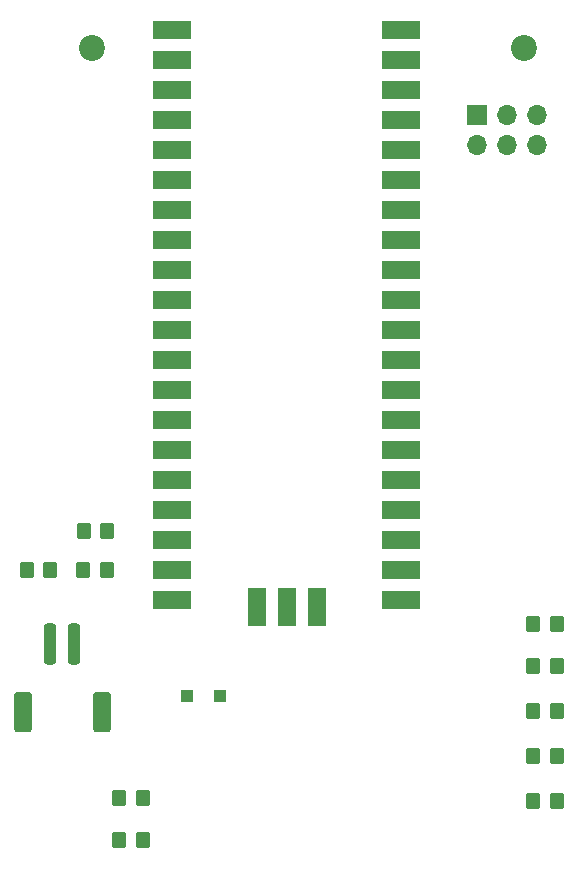
<source format=gbr>
%TF.GenerationSoftware,KiCad,Pcbnew,(6.0.0)*%
%TF.CreationDate,2022-01-21T17:49:12+00:00*%
%TF.ProjectId,molly-the-mermaid,6d6f6c6c-792d-4746-9865-2d6d65726d61,rev?*%
%TF.SameCoordinates,Original*%
%TF.FileFunction,Soldermask,Bot*%
%TF.FilePolarity,Negative*%
%FSLAX46Y46*%
G04 Gerber Fmt 4.6, Leading zero omitted, Abs format (unit mm)*
G04 Created by KiCad (PCBNEW (6.0.0)) date 2022-01-21 17:49:12*
%MOMM*%
%LPD*%
G01*
G04 APERTURE LIST*
G04 Aperture macros list*
%AMRoundRect*
0 Rectangle with rounded corners*
0 $1 Rounding radius*
0 $2 $3 $4 $5 $6 $7 $8 $9 X,Y pos of 4 corners*
0 Add a 4 corners polygon primitive as box body*
4,1,4,$2,$3,$4,$5,$6,$7,$8,$9,$2,$3,0*
0 Add four circle primitives for the rounded corners*
1,1,$1+$1,$2,$3*
1,1,$1+$1,$4,$5*
1,1,$1+$1,$6,$7*
1,1,$1+$1,$8,$9*
0 Add four rect primitives between the rounded corners*
20,1,$1+$1,$2,$3,$4,$5,0*
20,1,$1+$1,$4,$5,$6,$7,0*
20,1,$1+$1,$6,$7,$8,$9,0*
20,1,$1+$1,$8,$9,$2,$3,0*%
G04 Aperture macros list end*
%ADD10C,2.200000*%
%ADD11R,1.600200X3.200400*%
%ADD12R,3.200400X1.600200*%
%ADD13RoundRect,0.250000X0.350000X0.450000X-0.350000X0.450000X-0.350000X-0.450000X0.350000X-0.450000X0*%
%ADD14O,1.700000X1.700000*%
%ADD15R,1.700000X1.700000*%
%ADD16R,1.100000X1.100000*%
%ADD17RoundRect,0.250000X0.250000X1.500000X-0.250000X1.500000X-0.250000X-1.500000X0.250000X-1.500000X0*%
%ADD18RoundRect,0.250001X0.499999X1.449999X-0.499999X1.449999X-0.499999X-1.449999X0.499999X-1.449999X0*%
G04 APERTURE END LIST*
D10*
%TO.C,H2*%
X240030000Y-53848000D03*
%TD*%
%TO.C,H1*%
X203454000Y-53848000D03*
%TD*%
D11*
%TO.C,U1*%
X217385900Y-101152960D03*
X219925900Y-101152960D03*
X222465900Y-101152960D03*
D12*
X210235800Y-52324000D03*
X210235800Y-54864000D03*
X210235800Y-57404000D03*
X210235800Y-59944000D03*
X210235800Y-62484000D03*
X210235800Y-65024000D03*
X210235800Y-67564000D03*
X210235800Y-70104000D03*
X210235800Y-72644000D03*
X210235800Y-75184000D03*
X210235800Y-77724000D03*
X210235800Y-80264000D03*
X210235800Y-82804000D03*
X210235800Y-85344000D03*
X210235800Y-87884000D03*
X210235800Y-90424000D03*
X210235800Y-92964000D03*
X210235800Y-95504000D03*
X210235800Y-98044000D03*
X210235800Y-100584000D03*
X229616000Y-100584000D03*
X229616000Y-98044000D03*
X229616000Y-95504000D03*
X229616000Y-92964000D03*
X229616000Y-90424000D03*
X229616000Y-87884000D03*
X229616000Y-85344000D03*
X229616000Y-82804000D03*
X229616000Y-80264000D03*
X229616000Y-77724000D03*
X229616000Y-75184000D03*
X229616000Y-72644000D03*
X229616000Y-70104000D03*
X229616000Y-67564000D03*
X229616000Y-65024000D03*
X229616000Y-62484000D03*
X229616000Y-59944000D03*
X229616000Y-57404000D03*
X229616000Y-54864000D03*
X229616000Y-52324000D03*
%TD*%
D13*
%TO.C,R10*%
X242808000Y-102616000D03*
X240808000Y-102616000D03*
%TD*%
%TO.C,R9*%
X242792000Y-106172000D03*
X240792000Y-106172000D03*
%TD*%
%TO.C,R8*%
X242808000Y-109982000D03*
X240808000Y-109982000D03*
%TD*%
%TO.C,R7*%
X242808000Y-113792000D03*
X240808000Y-113792000D03*
%TD*%
%TO.C,R6*%
X242808000Y-117602000D03*
X240808000Y-117602000D03*
%TD*%
%TO.C,R5*%
X207756000Y-120904000D03*
X205756000Y-120904000D03*
%TD*%
%TO.C,R4*%
X207756000Y-117348000D03*
X205756000Y-117348000D03*
%TD*%
%TO.C,R3*%
X199898000Y-98044000D03*
X197898000Y-98044000D03*
%TD*%
%TO.C,R2*%
X204708000Y-98044000D03*
X202708000Y-98044000D03*
%TD*%
%TO.C,R1*%
X204724000Y-94742000D03*
X202724000Y-94742000D03*
%TD*%
D14*
%TO.C,SAO*%
X241147600Y-62077600D03*
X241147600Y-59537600D03*
X238607600Y-62077600D03*
X238607600Y-59537600D03*
X236067600Y-62077600D03*
D15*
X236067600Y-59537600D03*
%TD*%
D16*
%TO.C,D1*%
X214252000Y-108712000D03*
X211452000Y-108712000D03*
%TD*%
D17*
%TO.C,Battery*%
X201914000Y-104338000D03*
X199914000Y-104338000D03*
D18*
X204264000Y-110088000D03*
X197564000Y-110088000D03*
%TD*%
M02*

</source>
